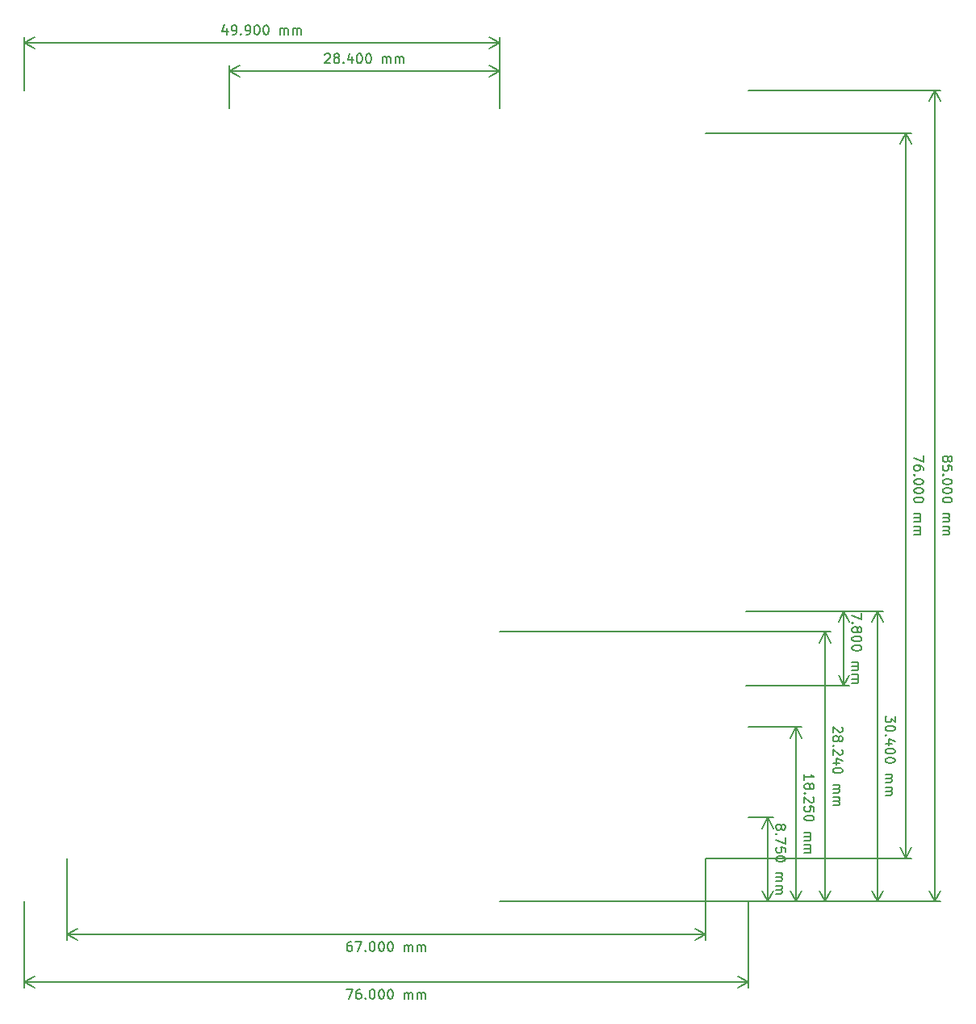
<source format=gbr>
G04 #@! TF.GenerationSoftware,KiCad,Pcbnew,(5.1.4)-1*
G04 #@! TF.CreationDate,2020-01-25T11:56:16+02:00*
G04 #@! TF.ProjectId,flypi_v2,666c7970-695f-4763-922e-6b696361645f,rev?*
G04 #@! TF.SameCoordinates,Original*
G04 #@! TF.FileFunction,Other,ECO1*
%FSLAX46Y46*%
G04 Gerber Fmt 4.6, Leading zero omitted, Abs format (unit mm)*
G04 Created by KiCad (PCBNEW (5.1.4)-1) date 2020-01-25 11:56:16*
%MOMM*%
%LPD*%
G04 APERTURE LIST*
%ADD10C,0.150000*%
G04 APERTURE END LIST*
D10*
X220752380Y-126737142D02*
X220800000Y-126784761D01*
X220847619Y-126880000D01*
X220847619Y-127118095D01*
X220800000Y-127213333D01*
X220752380Y-127260952D01*
X220657142Y-127308571D01*
X220561904Y-127308571D01*
X220419047Y-127260952D01*
X219847619Y-126689523D01*
X219847619Y-127308571D01*
X220419047Y-127880000D02*
X220466666Y-127784761D01*
X220514285Y-127737142D01*
X220609523Y-127689523D01*
X220657142Y-127689523D01*
X220752380Y-127737142D01*
X220800000Y-127784761D01*
X220847619Y-127880000D01*
X220847619Y-128070476D01*
X220800000Y-128165714D01*
X220752380Y-128213333D01*
X220657142Y-128260952D01*
X220609523Y-128260952D01*
X220514285Y-128213333D01*
X220466666Y-128165714D01*
X220419047Y-128070476D01*
X220419047Y-127880000D01*
X220371428Y-127784761D01*
X220323809Y-127737142D01*
X220228571Y-127689523D01*
X220038095Y-127689523D01*
X219942857Y-127737142D01*
X219895238Y-127784761D01*
X219847619Y-127880000D01*
X219847619Y-128070476D01*
X219895238Y-128165714D01*
X219942857Y-128213333D01*
X220038095Y-128260952D01*
X220228571Y-128260952D01*
X220323809Y-128213333D01*
X220371428Y-128165714D01*
X220419047Y-128070476D01*
X219942857Y-128689523D02*
X219895238Y-128737142D01*
X219847619Y-128689523D01*
X219895238Y-128641904D01*
X219942857Y-128689523D01*
X219847619Y-128689523D01*
X220752380Y-129118095D02*
X220800000Y-129165714D01*
X220847619Y-129260952D01*
X220847619Y-129499047D01*
X220800000Y-129594285D01*
X220752380Y-129641904D01*
X220657142Y-129689523D01*
X220561904Y-129689523D01*
X220419047Y-129641904D01*
X219847619Y-129070476D01*
X219847619Y-129689523D01*
X220514285Y-130546666D02*
X219847619Y-130546666D01*
X220895238Y-130308571D02*
X220180952Y-130070476D01*
X220180952Y-130689523D01*
X220847619Y-131260952D02*
X220847619Y-131356190D01*
X220800000Y-131451428D01*
X220752380Y-131499047D01*
X220657142Y-131546666D01*
X220466666Y-131594285D01*
X220228571Y-131594285D01*
X220038095Y-131546666D01*
X219942857Y-131499047D01*
X219895238Y-131451428D01*
X219847619Y-131356190D01*
X219847619Y-131260952D01*
X219895238Y-131165714D01*
X219942857Y-131118095D01*
X220038095Y-131070476D01*
X220228571Y-131022857D01*
X220466666Y-131022857D01*
X220657142Y-131070476D01*
X220752380Y-131118095D01*
X220800000Y-131165714D01*
X220847619Y-131260952D01*
X219847619Y-132784761D02*
X220514285Y-132784761D01*
X220419047Y-132784761D02*
X220466666Y-132832380D01*
X220514285Y-132927619D01*
X220514285Y-133070476D01*
X220466666Y-133165714D01*
X220371428Y-133213333D01*
X219847619Y-133213333D01*
X220371428Y-133213333D02*
X220466666Y-133260952D01*
X220514285Y-133356190D01*
X220514285Y-133499047D01*
X220466666Y-133594285D01*
X220371428Y-133641904D01*
X219847619Y-133641904D01*
X219847619Y-134118095D02*
X220514285Y-134118095D01*
X220419047Y-134118095D02*
X220466666Y-134165714D01*
X220514285Y-134260952D01*
X220514285Y-134403809D01*
X220466666Y-134499047D01*
X220371428Y-134546666D01*
X219847619Y-134546666D01*
X220371428Y-134546666D02*
X220466666Y-134594285D01*
X220514285Y-134689523D01*
X220514285Y-134832380D01*
X220466666Y-134927619D01*
X220371428Y-134975238D01*
X219847619Y-134975238D01*
X219000000Y-116760000D02*
X219000000Y-145000000D01*
X184900000Y-116760000D02*
X219586421Y-116760000D01*
X184900000Y-145000000D02*
X219586421Y-145000000D01*
X219000000Y-145000000D02*
X218413579Y-143873496D01*
X219000000Y-145000000D02*
X219586421Y-143873496D01*
X219000000Y-116760000D02*
X218413579Y-117886504D01*
X219000000Y-116760000D02*
X219586421Y-117886504D01*
X166557142Y-56247620D02*
X166604761Y-56200001D01*
X166700000Y-56152381D01*
X166938095Y-56152381D01*
X167033333Y-56200001D01*
X167080952Y-56247620D01*
X167128571Y-56342858D01*
X167128571Y-56438096D01*
X167080952Y-56580953D01*
X166509523Y-57152381D01*
X167128571Y-57152381D01*
X167700000Y-56580953D02*
X167604761Y-56533334D01*
X167557142Y-56485715D01*
X167509523Y-56390477D01*
X167509523Y-56342858D01*
X167557142Y-56247620D01*
X167604761Y-56200001D01*
X167700000Y-56152381D01*
X167890476Y-56152381D01*
X167985714Y-56200001D01*
X168033333Y-56247620D01*
X168080952Y-56342858D01*
X168080952Y-56390477D01*
X168033333Y-56485715D01*
X167985714Y-56533334D01*
X167890476Y-56580953D01*
X167700000Y-56580953D01*
X167604761Y-56628572D01*
X167557142Y-56676191D01*
X167509523Y-56771429D01*
X167509523Y-56961905D01*
X167557142Y-57057143D01*
X167604761Y-57104762D01*
X167700000Y-57152381D01*
X167890476Y-57152381D01*
X167985714Y-57104762D01*
X168033333Y-57057143D01*
X168080952Y-56961905D01*
X168080952Y-56771429D01*
X168033333Y-56676191D01*
X167985714Y-56628572D01*
X167890476Y-56580953D01*
X168509523Y-57057143D02*
X168557142Y-57104762D01*
X168509523Y-57152381D01*
X168461904Y-57104762D01*
X168509523Y-57057143D01*
X168509523Y-57152381D01*
X169414285Y-56485715D02*
X169414285Y-57152381D01*
X169176190Y-56104762D02*
X168938095Y-56819048D01*
X169557142Y-56819048D01*
X170128571Y-56152381D02*
X170223809Y-56152381D01*
X170319047Y-56200001D01*
X170366666Y-56247620D01*
X170414285Y-56342858D01*
X170461904Y-56533334D01*
X170461904Y-56771429D01*
X170414285Y-56961905D01*
X170366666Y-57057143D01*
X170319047Y-57104762D01*
X170223809Y-57152381D01*
X170128571Y-57152381D01*
X170033333Y-57104762D01*
X169985714Y-57057143D01*
X169938095Y-56961905D01*
X169890476Y-56771429D01*
X169890476Y-56533334D01*
X169938095Y-56342858D01*
X169985714Y-56247620D01*
X170033333Y-56200001D01*
X170128571Y-56152381D01*
X171080952Y-56152381D02*
X171176190Y-56152381D01*
X171271428Y-56200001D01*
X171319047Y-56247620D01*
X171366666Y-56342858D01*
X171414285Y-56533334D01*
X171414285Y-56771429D01*
X171366666Y-56961905D01*
X171319047Y-57057143D01*
X171271428Y-57104762D01*
X171176190Y-57152381D01*
X171080952Y-57152381D01*
X170985714Y-57104762D01*
X170938095Y-57057143D01*
X170890476Y-56961905D01*
X170842857Y-56771429D01*
X170842857Y-56533334D01*
X170890476Y-56342858D01*
X170938095Y-56247620D01*
X170985714Y-56200001D01*
X171080952Y-56152381D01*
X172604761Y-57152381D02*
X172604761Y-56485715D01*
X172604761Y-56580953D02*
X172652380Y-56533334D01*
X172747619Y-56485715D01*
X172890476Y-56485715D01*
X172985714Y-56533334D01*
X173033333Y-56628572D01*
X173033333Y-57152381D01*
X173033333Y-56628572D02*
X173080952Y-56533334D01*
X173176190Y-56485715D01*
X173319047Y-56485715D01*
X173414285Y-56533334D01*
X173461904Y-56628572D01*
X173461904Y-57152381D01*
X173938095Y-57152381D02*
X173938095Y-56485715D01*
X173938095Y-56580953D02*
X173985714Y-56533334D01*
X174080952Y-56485715D01*
X174223809Y-56485715D01*
X174319047Y-56533334D01*
X174366666Y-56628572D01*
X174366666Y-57152381D01*
X174366666Y-56628572D02*
X174414285Y-56533334D01*
X174509523Y-56485715D01*
X174652380Y-56485715D01*
X174747619Y-56533334D01*
X174795238Y-56628572D01*
X174795238Y-57152381D01*
X184900000Y-58000001D02*
X156500000Y-58000001D01*
X184900000Y-61860000D02*
X184900000Y-57413580D01*
X156500000Y-61860000D02*
X156500000Y-57413580D01*
X156500000Y-58000001D02*
X157626504Y-57413580D01*
X156500000Y-58000001D02*
X157626504Y-58586422D01*
X184900000Y-58000001D02*
X183773496Y-57413580D01*
X184900000Y-58000001D02*
X183773496Y-58586422D01*
X156283333Y-53485714D02*
X156283333Y-54152380D01*
X156045238Y-53104761D02*
X155807142Y-53819047D01*
X156426190Y-53819047D01*
X156854761Y-54152380D02*
X157045238Y-54152380D01*
X157140476Y-54104761D01*
X157188095Y-54057142D01*
X157283333Y-53914285D01*
X157330952Y-53723809D01*
X157330952Y-53342857D01*
X157283333Y-53247619D01*
X157235714Y-53200000D01*
X157140476Y-53152380D01*
X156950000Y-53152380D01*
X156854761Y-53200000D01*
X156807142Y-53247619D01*
X156759523Y-53342857D01*
X156759523Y-53580952D01*
X156807142Y-53676190D01*
X156854761Y-53723809D01*
X156950000Y-53771428D01*
X157140476Y-53771428D01*
X157235714Y-53723809D01*
X157283333Y-53676190D01*
X157330952Y-53580952D01*
X157759523Y-54057142D02*
X157807142Y-54104761D01*
X157759523Y-54152380D01*
X157711904Y-54104761D01*
X157759523Y-54057142D01*
X157759523Y-54152380D01*
X158283333Y-54152380D02*
X158473809Y-54152380D01*
X158569047Y-54104761D01*
X158616666Y-54057142D01*
X158711904Y-53914285D01*
X158759523Y-53723809D01*
X158759523Y-53342857D01*
X158711904Y-53247619D01*
X158664285Y-53200000D01*
X158569047Y-53152380D01*
X158378571Y-53152380D01*
X158283333Y-53200000D01*
X158235714Y-53247619D01*
X158188095Y-53342857D01*
X158188095Y-53580952D01*
X158235714Y-53676190D01*
X158283333Y-53723809D01*
X158378571Y-53771428D01*
X158569047Y-53771428D01*
X158664285Y-53723809D01*
X158711904Y-53676190D01*
X158759523Y-53580952D01*
X159378571Y-53152380D02*
X159473809Y-53152380D01*
X159569047Y-53200000D01*
X159616666Y-53247619D01*
X159664285Y-53342857D01*
X159711904Y-53533333D01*
X159711904Y-53771428D01*
X159664285Y-53961904D01*
X159616666Y-54057142D01*
X159569047Y-54104761D01*
X159473809Y-54152380D01*
X159378571Y-54152380D01*
X159283333Y-54104761D01*
X159235714Y-54057142D01*
X159188095Y-53961904D01*
X159140476Y-53771428D01*
X159140476Y-53533333D01*
X159188095Y-53342857D01*
X159235714Y-53247619D01*
X159283333Y-53200000D01*
X159378571Y-53152380D01*
X160330952Y-53152380D02*
X160426190Y-53152380D01*
X160521428Y-53200000D01*
X160569047Y-53247619D01*
X160616666Y-53342857D01*
X160664285Y-53533333D01*
X160664285Y-53771428D01*
X160616666Y-53961904D01*
X160569047Y-54057142D01*
X160521428Y-54104761D01*
X160426190Y-54152380D01*
X160330952Y-54152380D01*
X160235714Y-54104761D01*
X160188095Y-54057142D01*
X160140476Y-53961904D01*
X160092857Y-53771428D01*
X160092857Y-53533333D01*
X160140476Y-53342857D01*
X160188095Y-53247619D01*
X160235714Y-53200000D01*
X160330952Y-53152380D01*
X161854761Y-54152380D02*
X161854761Y-53485714D01*
X161854761Y-53580952D02*
X161902380Y-53533333D01*
X161997619Y-53485714D01*
X162140476Y-53485714D01*
X162235714Y-53533333D01*
X162283333Y-53628571D01*
X162283333Y-54152380D01*
X162283333Y-53628571D02*
X162330952Y-53533333D01*
X162426190Y-53485714D01*
X162569047Y-53485714D01*
X162664285Y-53533333D01*
X162711904Y-53628571D01*
X162711904Y-54152380D01*
X163188095Y-54152380D02*
X163188095Y-53485714D01*
X163188095Y-53580952D02*
X163235714Y-53533333D01*
X163330952Y-53485714D01*
X163473809Y-53485714D01*
X163569047Y-53533333D01*
X163616666Y-53628571D01*
X163616666Y-54152380D01*
X163616666Y-53628571D02*
X163664285Y-53533333D01*
X163759523Y-53485714D01*
X163902380Y-53485714D01*
X163997619Y-53533333D01*
X164045238Y-53628571D01*
X164045238Y-54152380D01*
X135000000Y-55000000D02*
X184900000Y-55000000D01*
X135000000Y-60000000D02*
X135000000Y-54413579D01*
X184900000Y-60000000D02*
X184900000Y-54413579D01*
X184900000Y-55000000D02*
X183773496Y-55586421D01*
X184900000Y-55000000D02*
X183773496Y-54413579D01*
X135000000Y-55000000D02*
X136126504Y-55586421D01*
X135000000Y-55000000D02*
X136126504Y-54413579D01*
X168809523Y-154252379D02*
X169476190Y-154252379D01*
X169047619Y-155252379D01*
X170285714Y-154252379D02*
X170095238Y-154252379D01*
X170000000Y-154299999D01*
X169952380Y-154347618D01*
X169857142Y-154490475D01*
X169809523Y-154680951D01*
X169809523Y-155061903D01*
X169857142Y-155157141D01*
X169904761Y-155204760D01*
X170000000Y-155252379D01*
X170190476Y-155252379D01*
X170285714Y-155204760D01*
X170333333Y-155157141D01*
X170380952Y-155061903D01*
X170380952Y-154823808D01*
X170333333Y-154728570D01*
X170285714Y-154680951D01*
X170190476Y-154633332D01*
X170000000Y-154633332D01*
X169904761Y-154680951D01*
X169857142Y-154728570D01*
X169809523Y-154823808D01*
X170809523Y-155157141D02*
X170857142Y-155204760D01*
X170809523Y-155252379D01*
X170761904Y-155204760D01*
X170809523Y-155157141D01*
X170809523Y-155252379D01*
X171476190Y-154252379D02*
X171571428Y-154252379D01*
X171666666Y-154299999D01*
X171714285Y-154347618D01*
X171761904Y-154442856D01*
X171809523Y-154633332D01*
X171809523Y-154871427D01*
X171761904Y-155061903D01*
X171714285Y-155157141D01*
X171666666Y-155204760D01*
X171571428Y-155252379D01*
X171476190Y-155252379D01*
X171380952Y-155204760D01*
X171333333Y-155157141D01*
X171285714Y-155061903D01*
X171238095Y-154871427D01*
X171238095Y-154633332D01*
X171285714Y-154442856D01*
X171333333Y-154347618D01*
X171380952Y-154299999D01*
X171476190Y-154252379D01*
X172428571Y-154252379D02*
X172523809Y-154252379D01*
X172619047Y-154299999D01*
X172666666Y-154347618D01*
X172714285Y-154442856D01*
X172761904Y-154633332D01*
X172761904Y-154871427D01*
X172714285Y-155061903D01*
X172666666Y-155157141D01*
X172619047Y-155204760D01*
X172523809Y-155252379D01*
X172428571Y-155252379D01*
X172333333Y-155204760D01*
X172285714Y-155157141D01*
X172238095Y-155061903D01*
X172190476Y-154871427D01*
X172190476Y-154633332D01*
X172238095Y-154442856D01*
X172285714Y-154347618D01*
X172333333Y-154299999D01*
X172428571Y-154252379D01*
X173380952Y-154252379D02*
X173476190Y-154252379D01*
X173571428Y-154299999D01*
X173619047Y-154347618D01*
X173666666Y-154442856D01*
X173714285Y-154633332D01*
X173714285Y-154871427D01*
X173666666Y-155061903D01*
X173619047Y-155157141D01*
X173571428Y-155204760D01*
X173476190Y-155252379D01*
X173380952Y-155252379D01*
X173285714Y-155204760D01*
X173238095Y-155157141D01*
X173190476Y-155061903D01*
X173142857Y-154871427D01*
X173142857Y-154633332D01*
X173190476Y-154442856D01*
X173238095Y-154347618D01*
X173285714Y-154299999D01*
X173380952Y-154252379D01*
X174904761Y-155252379D02*
X174904761Y-154585713D01*
X174904761Y-154680951D02*
X174952380Y-154633332D01*
X175047619Y-154585713D01*
X175190476Y-154585713D01*
X175285714Y-154633332D01*
X175333333Y-154728570D01*
X175333333Y-155252379D01*
X175333333Y-154728570D02*
X175380952Y-154633332D01*
X175476190Y-154585713D01*
X175619047Y-154585713D01*
X175714285Y-154633332D01*
X175761904Y-154728570D01*
X175761904Y-155252379D01*
X176238095Y-155252379D02*
X176238095Y-154585713D01*
X176238095Y-154680951D02*
X176285714Y-154633332D01*
X176380952Y-154585713D01*
X176523809Y-154585713D01*
X176619047Y-154633332D01*
X176666666Y-154728570D01*
X176666666Y-155252379D01*
X176666666Y-154728570D02*
X176714285Y-154633332D01*
X176809523Y-154585713D01*
X176952380Y-154585713D01*
X177047619Y-154633332D01*
X177095238Y-154728570D01*
X177095238Y-155252379D01*
X135000000Y-153499999D02*
X211000000Y-153499999D01*
X135000000Y-145000000D02*
X135000000Y-154086420D01*
X211000000Y-145000000D02*
X211000000Y-154086420D01*
X211000000Y-153499999D02*
X209873496Y-154086420D01*
X211000000Y-153499999D02*
X209873496Y-152913578D01*
X135000000Y-153499999D02*
X136126504Y-154086420D01*
X135000000Y-153499999D02*
X136126504Y-152913578D01*
X169333333Y-149252379D02*
X169142857Y-149252379D01*
X169047619Y-149299999D01*
X169000000Y-149347618D01*
X168904761Y-149490475D01*
X168857142Y-149680951D01*
X168857142Y-150061903D01*
X168904761Y-150157141D01*
X168952380Y-150204760D01*
X169047619Y-150252379D01*
X169238095Y-150252379D01*
X169333333Y-150204760D01*
X169380952Y-150157141D01*
X169428571Y-150061903D01*
X169428571Y-149823808D01*
X169380952Y-149728570D01*
X169333333Y-149680951D01*
X169238095Y-149633332D01*
X169047619Y-149633332D01*
X168952380Y-149680951D01*
X168904761Y-149728570D01*
X168857142Y-149823808D01*
X169761904Y-149252379D02*
X170428571Y-149252379D01*
X170000000Y-150252379D01*
X170809523Y-150157141D02*
X170857142Y-150204760D01*
X170809523Y-150252379D01*
X170761904Y-150204760D01*
X170809523Y-150157141D01*
X170809523Y-150252379D01*
X171476190Y-149252379D02*
X171571428Y-149252379D01*
X171666666Y-149299999D01*
X171714285Y-149347618D01*
X171761904Y-149442856D01*
X171809523Y-149633332D01*
X171809523Y-149871427D01*
X171761904Y-150061903D01*
X171714285Y-150157141D01*
X171666666Y-150204760D01*
X171571428Y-150252379D01*
X171476190Y-150252379D01*
X171380952Y-150204760D01*
X171333333Y-150157141D01*
X171285714Y-150061903D01*
X171238095Y-149871427D01*
X171238095Y-149633332D01*
X171285714Y-149442856D01*
X171333333Y-149347618D01*
X171380952Y-149299999D01*
X171476190Y-149252379D01*
X172428571Y-149252379D02*
X172523809Y-149252379D01*
X172619047Y-149299999D01*
X172666666Y-149347618D01*
X172714285Y-149442856D01*
X172761904Y-149633332D01*
X172761904Y-149871427D01*
X172714285Y-150061903D01*
X172666666Y-150157141D01*
X172619047Y-150204760D01*
X172523809Y-150252379D01*
X172428571Y-150252379D01*
X172333333Y-150204760D01*
X172285714Y-150157141D01*
X172238095Y-150061903D01*
X172190476Y-149871427D01*
X172190476Y-149633332D01*
X172238095Y-149442856D01*
X172285714Y-149347618D01*
X172333333Y-149299999D01*
X172428571Y-149252379D01*
X173380952Y-149252379D02*
X173476190Y-149252379D01*
X173571428Y-149299999D01*
X173619047Y-149347618D01*
X173666666Y-149442856D01*
X173714285Y-149633332D01*
X173714285Y-149871427D01*
X173666666Y-150061903D01*
X173619047Y-150157141D01*
X173571428Y-150204760D01*
X173476190Y-150252379D01*
X173380952Y-150252379D01*
X173285714Y-150204760D01*
X173238095Y-150157141D01*
X173190476Y-150061903D01*
X173142857Y-149871427D01*
X173142857Y-149633332D01*
X173190476Y-149442856D01*
X173238095Y-149347618D01*
X173285714Y-149299999D01*
X173380952Y-149252379D01*
X174904761Y-150252379D02*
X174904761Y-149585713D01*
X174904761Y-149680951D02*
X174952380Y-149633332D01*
X175047619Y-149585713D01*
X175190476Y-149585713D01*
X175285714Y-149633332D01*
X175333333Y-149728570D01*
X175333333Y-150252379D01*
X175333333Y-149728570D02*
X175380952Y-149633332D01*
X175476190Y-149585713D01*
X175619047Y-149585713D01*
X175714285Y-149633332D01*
X175761904Y-149728570D01*
X175761904Y-150252379D01*
X176238095Y-150252379D02*
X176238095Y-149585713D01*
X176238095Y-149680951D02*
X176285714Y-149633332D01*
X176380952Y-149585713D01*
X176523809Y-149585713D01*
X176619047Y-149633332D01*
X176666666Y-149728570D01*
X176666666Y-150252379D01*
X176666666Y-149728570D02*
X176714285Y-149633332D01*
X176809523Y-149585713D01*
X176952380Y-149585713D01*
X177047619Y-149633332D01*
X177095238Y-149728570D01*
X177095238Y-150252379D01*
X139500000Y-148499999D02*
X206500000Y-148499999D01*
X139500000Y-140500000D02*
X139500000Y-149086420D01*
X206500000Y-140500000D02*
X206500000Y-149086420D01*
X206500000Y-148499999D02*
X205373496Y-149086420D01*
X206500000Y-148499999D02*
X205373496Y-147913578D01*
X139500000Y-148499999D02*
X140626504Y-149086420D01*
X139500000Y-148499999D02*
X140626504Y-147913578D01*
X214419047Y-137148809D02*
X214466666Y-137053571D01*
X214514285Y-137005952D01*
X214609523Y-136958333D01*
X214657142Y-136958333D01*
X214752380Y-137005952D01*
X214800000Y-137053571D01*
X214847619Y-137148809D01*
X214847619Y-137339285D01*
X214800000Y-137434523D01*
X214752380Y-137482142D01*
X214657142Y-137529761D01*
X214609523Y-137529761D01*
X214514285Y-137482142D01*
X214466666Y-137434523D01*
X214419047Y-137339285D01*
X214419047Y-137148809D01*
X214371428Y-137053571D01*
X214323809Y-137005952D01*
X214228571Y-136958333D01*
X214038095Y-136958333D01*
X213942857Y-137005952D01*
X213895238Y-137053571D01*
X213847619Y-137148809D01*
X213847619Y-137339285D01*
X213895238Y-137434523D01*
X213942857Y-137482142D01*
X214038095Y-137529761D01*
X214228571Y-137529761D01*
X214323809Y-137482142D01*
X214371428Y-137434523D01*
X214419047Y-137339285D01*
X213942857Y-137958333D02*
X213895238Y-138005952D01*
X213847619Y-137958333D01*
X213895238Y-137910714D01*
X213942857Y-137958333D01*
X213847619Y-137958333D01*
X214847619Y-138339285D02*
X214847619Y-139005952D01*
X213847619Y-138577380D01*
X214847619Y-139863095D02*
X214847619Y-139386904D01*
X214371428Y-139339285D01*
X214419047Y-139386904D01*
X214466666Y-139482142D01*
X214466666Y-139720238D01*
X214419047Y-139815476D01*
X214371428Y-139863095D01*
X214276190Y-139910714D01*
X214038095Y-139910714D01*
X213942857Y-139863095D01*
X213895238Y-139815476D01*
X213847619Y-139720238D01*
X213847619Y-139482142D01*
X213895238Y-139386904D01*
X213942857Y-139339285D01*
X214847619Y-140529761D02*
X214847619Y-140625000D01*
X214800000Y-140720238D01*
X214752380Y-140767857D01*
X214657142Y-140815476D01*
X214466666Y-140863095D01*
X214228571Y-140863095D01*
X214038095Y-140815476D01*
X213942857Y-140767857D01*
X213895238Y-140720238D01*
X213847619Y-140625000D01*
X213847619Y-140529761D01*
X213895238Y-140434523D01*
X213942857Y-140386904D01*
X214038095Y-140339285D01*
X214228571Y-140291666D01*
X214466666Y-140291666D01*
X214657142Y-140339285D01*
X214752380Y-140386904D01*
X214800000Y-140434523D01*
X214847619Y-140529761D01*
X213847619Y-142053571D02*
X214514285Y-142053571D01*
X214419047Y-142053571D02*
X214466666Y-142101190D01*
X214514285Y-142196428D01*
X214514285Y-142339285D01*
X214466666Y-142434523D01*
X214371428Y-142482142D01*
X213847619Y-142482142D01*
X214371428Y-142482142D02*
X214466666Y-142529761D01*
X214514285Y-142625000D01*
X214514285Y-142767857D01*
X214466666Y-142863095D01*
X214371428Y-142910714D01*
X213847619Y-142910714D01*
X213847619Y-143386904D02*
X214514285Y-143386904D01*
X214419047Y-143386904D02*
X214466666Y-143434523D01*
X214514285Y-143529761D01*
X214514285Y-143672619D01*
X214466666Y-143767857D01*
X214371428Y-143815476D01*
X213847619Y-143815476D01*
X214371428Y-143815476D02*
X214466666Y-143863095D01*
X214514285Y-143958333D01*
X214514285Y-144101190D01*
X214466666Y-144196428D01*
X214371428Y-144244047D01*
X213847619Y-144244047D01*
X213000000Y-136250000D02*
X213000000Y-145000000D01*
X211000000Y-136250000D02*
X213586421Y-136250000D01*
X211000000Y-145000000D02*
X213586421Y-145000000D01*
X213000000Y-145000000D02*
X212413579Y-143873496D01*
X213000000Y-145000000D02*
X213586421Y-143873496D01*
X213000000Y-136250000D02*
X212413579Y-137376504D01*
X213000000Y-136250000D02*
X213586421Y-137376504D01*
X216847619Y-132303571D02*
X216847619Y-131732142D01*
X216847619Y-132017857D02*
X217847619Y-132017857D01*
X217704761Y-131922619D01*
X217609523Y-131827380D01*
X217561904Y-131732142D01*
X217419047Y-132875000D02*
X217466666Y-132779761D01*
X217514285Y-132732142D01*
X217609523Y-132684523D01*
X217657142Y-132684523D01*
X217752380Y-132732142D01*
X217800000Y-132779761D01*
X217847619Y-132875000D01*
X217847619Y-133065476D01*
X217800000Y-133160714D01*
X217752380Y-133208333D01*
X217657142Y-133255952D01*
X217609523Y-133255952D01*
X217514285Y-133208333D01*
X217466666Y-133160714D01*
X217419047Y-133065476D01*
X217419047Y-132875000D01*
X217371428Y-132779761D01*
X217323809Y-132732142D01*
X217228571Y-132684523D01*
X217038095Y-132684523D01*
X216942857Y-132732142D01*
X216895238Y-132779761D01*
X216847619Y-132875000D01*
X216847619Y-133065476D01*
X216895238Y-133160714D01*
X216942857Y-133208333D01*
X217038095Y-133255952D01*
X217228571Y-133255952D01*
X217323809Y-133208333D01*
X217371428Y-133160714D01*
X217419047Y-133065476D01*
X216942857Y-133684523D02*
X216895238Y-133732142D01*
X216847619Y-133684523D01*
X216895238Y-133636904D01*
X216942857Y-133684523D01*
X216847619Y-133684523D01*
X217752380Y-134113095D02*
X217800000Y-134160714D01*
X217847619Y-134255952D01*
X217847619Y-134494047D01*
X217800000Y-134589285D01*
X217752380Y-134636904D01*
X217657142Y-134684523D01*
X217561904Y-134684523D01*
X217419047Y-134636904D01*
X216847619Y-134065476D01*
X216847619Y-134684523D01*
X217847619Y-135589285D02*
X217847619Y-135113095D01*
X217371428Y-135065476D01*
X217419047Y-135113095D01*
X217466666Y-135208333D01*
X217466666Y-135446428D01*
X217419047Y-135541666D01*
X217371428Y-135589285D01*
X217276190Y-135636904D01*
X217038095Y-135636904D01*
X216942857Y-135589285D01*
X216895238Y-135541666D01*
X216847619Y-135446428D01*
X216847619Y-135208333D01*
X216895238Y-135113095D01*
X216942857Y-135065476D01*
X217847619Y-136255952D02*
X217847619Y-136351190D01*
X217800000Y-136446428D01*
X217752380Y-136494047D01*
X217657142Y-136541666D01*
X217466666Y-136589285D01*
X217228571Y-136589285D01*
X217038095Y-136541666D01*
X216942857Y-136494047D01*
X216895238Y-136446428D01*
X216847619Y-136351190D01*
X216847619Y-136255952D01*
X216895238Y-136160714D01*
X216942857Y-136113095D01*
X217038095Y-136065476D01*
X217228571Y-136017857D01*
X217466666Y-136017857D01*
X217657142Y-136065476D01*
X217752380Y-136113095D01*
X217800000Y-136160714D01*
X217847619Y-136255952D01*
X216847619Y-137779761D02*
X217514285Y-137779761D01*
X217419047Y-137779761D02*
X217466666Y-137827380D01*
X217514285Y-137922619D01*
X217514285Y-138065476D01*
X217466666Y-138160714D01*
X217371428Y-138208333D01*
X216847619Y-138208333D01*
X217371428Y-138208333D02*
X217466666Y-138255952D01*
X217514285Y-138351190D01*
X217514285Y-138494047D01*
X217466666Y-138589285D01*
X217371428Y-138636904D01*
X216847619Y-138636904D01*
X216847619Y-139113095D02*
X217514285Y-139113095D01*
X217419047Y-139113095D02*
X217466666Y-139160714D01*
X217514285Y-139255952D01*
X217514285Y-139398809D01*
X217466666Y-139494047D01*
X217371428Y-139541666D01*
X216847619Y-139541666D01*
X217371428Y-139541666D02*
X217466666Y-139589285D01*
X217514285Y-139684523D01*
X217514285Y-139827380D01*
X217466666Y-139922619D01*
X217371428Y-139970238D01*
X216847619Y-139970238D01*
X216000000Y-126750000D02*
X216000000Y-145000000D01*
X211000000Y-126750000D02*
X216586421Y-126750000D01*
X211000000Y-145000000D02*
X216586421Y-145000000D01*
X216000000Y-145000000D02*
X215413579Y-143873496D01*
X216000000Y-145000000D02*
X216586421Y-143873496D01*
X216000000Y-126750000D02*
X215413579Y-127876504D01*
X216000000Y-126750000D02*
X216586421Y-127876504D01*
X226347619Y-125609523D02*
X226347619Y-126228571D01*
X225966666Y-125895238D01*
X225966666Y-126038095D01*
X225919047Y-126133333D01*
X225871428Y-126180952D01*
X225776190Y-126228571D01*
X225538095Y-126228571D01*
X225442857Y-126180952D01*
X225395238Y-126133333D01*
X225347619Y-126038095D01*
X225347619Y-125752380D01*
X225395238Y-125657142D01*
X225442857Y-125609523D01*
X226347619Y-126847619D02*
X226347619Y-126942857D01*
X226300000Y-127038095D01*
X226252380Y-127085714D01*
X226157142Y-127133333D01*
X225966666Y-127180952D01*
X225728571Y-127180952D01*
X225538095Y-127133333D01*
X225442857Y-127085714D01*
X225395238Y-127038095D01*
X225347619Y-126942857D01*
X225347619Y-126847619D01*
X225395238Y-126752380D01*
X225442857Y-126704761D01*
X225538095Y-126657142D01*
X225728571Y-126609523D01*
X225966666Y-126609523D01*
X226157142Y-126657142D01*
X226252380Y-126704761D01*
X226300000Y-126752380D01*
X226347619Y-126847619D01*
X225442857Y-127609523D02*
X225395238Y-127657142D01*
X225347619Y-127609523D01*
X225395238Y-127561904D01*
X225442857Y-127609523D01*
X225347619Y-127609523D01*
X226014285Y-128514285D02*
X225347619Y-128514285D01*
X226395238Y-128276190D02*
X225680952Y-128038095D01*
X225680952Y-128657142D01*
X226347619Y-129228571D02*
X226347619Y-129323809D01*
X226300000Y-129419047D01*
X226252380Y-129466666D01*
X226157142Y-129514285D01*
X225966666Y-129561904D01*
X225728571Y-129561904D01*
X225538095Y-129514285D01*
X225442857Y-129466666D01*
X225395238Y-129419047D01*
X225347619Y-129323809D01*
X225347619Y-129228571D01*
X225395238Y-129133333D01*
X225442857Y-129085714D01*
X225538095Y-129038095D01*
X225728571Y-128990476D01*
X225966666Y-128990476D01*
X226157142Y-129038095D01*
X226252380Y-129085714D01*
X226300000Y-129133333D01*
X226347619Y-129228571D01*
X226347619Y-130180952D02*
X226347619Y-130276190D01*
X226300000Y-130371428D01*
X226252380Y-130419047D01*
X226157142Y-130466666D01*
X225966666Y-130514285D01*
X225728571Y-130514285D01*
X225538095Y-130466666D01*
X225442857Y-130419047D01*
X225395238Y-130371428D01*
X225347619Y-130276190D01*
X225347619Y-130180952D01*
X225395238Y-130085714D01*
X225442857Y-130038095D01*
X225538095Y-129990476D01*
X225728571Y-129942857D01*
X225966666Y-129942857D01*
X226157142Y-129990476D01*
X226252380Y-130038095D01*
X226300000Y-130085714D01*
X226347619Y-130180952D01*
X225347619Y-131704761D02*
X226014285Y-131704761D01*
X225919047Y-131704761D02*
X225966666Y-131752380D01*
X226014285Y-131847619D01*
X226014285Y-131990476D01*
X225966666Y-132085714D01*
X225871428Y-132133333D01*
X225347619Y-132133333D01*
X225871428Y-132133333D02*
X225966666Y-132180952D01*
X226014285Y-132276190D01*
X226014285Y-132419047D01*
X225966666Y-132514285D01*
X225871428Y-132561904D01*
X225347619Y-132561904D01*
X225347619Y-133038095D02*
X226014285Y-133038095D01*
X225919047Y-133038095D02*
X225966666Y-133085714D01*
X226014285Y-133180952D01*
X226014285Y-133323809D01*
X225966666Y-133419047D01*
X225871428Y-133466666D01*
X225347619Y-133466666D01*
X225871428Y-133466666D02*
X225966666Y-133514285D01*
X226014285Y-133609523D01*
X226014285Y-133752380D01*
X225966666Y-133847619D01*
X225871428Y-133895238D01*
X225347619Y-133895238D01*
X224500000Y-114600000D02*
X224500000Y-145000000D01*
X210750000Y-114600000D02*
X225086421Y-114600000D01*
X210750000Y-145000000D02*
X225086421Y-145000000D01*
X224500000Y-145000000D02*
X223913579Y-143873496D01*
X224500000Y-145000000D02*
X225086421Y-143873496D01*
X224500000Y-114600000D02*
X223913579Y-115726504D01*
X224500000Y-114600000D02*
X225086421Y-115726504D01*
X222847619Y-114785714D02*
X222847619Y-115452380D01*
X221847619Y-115023809D01*
X221942857Y-115833333D02*
X221895238Y-115880952D01*
X221847619Y-115833333D01*
X221895238Y-115785714D01*
X221942857Y-115833333D01*
X221847619Y-115833333D01*
X222419047Y-116452380D02*
X222466666Y-116357142D01*
X222514285Y-116309523D01*
X222609523Y-116261904D01*
X222657142Y-116261904D01*
X222752380Y-116309523D01*
X222800000Y-116357142D01*
X222847619Y-116452380D01*
X222847619Y-116642857D01*
X222800000Y-116738095D01*
X222752380Y-116785714D01*
X222657142Y-116833333D01*
X222609523Y-116833333D01*
X222514285Y-116785714D01*
X222466666Y-116738095D01*
X222419047Y-116642857D01*
X222419047Y-116452380D01*
X222371428Y-116357142D01*
X222323809Y-116309523D01*
X222228571Y-116261904D01*
X222038095Y-116261904D01*
X221942857Y-116309523D01*
X221895238Y-116357142D01*
X221847619Y-116452380D01*
X221847619Y-116642857D01*
X221895238Y-116738095D01*
X221942857Y-116785714D01*
X222038095Y-116833333D01*
X222228571Y-116833333D01*
X222323809Y-116785714D01*
X222371428Y-116738095D01*
X222419047Y-116642857D01*
X222847619Y-117452380D02*
X222847619Y-117547619D01*
X222800000Y-117642857D01*
X222752380Y-117690476D01*
X222657142Y-117738095D01*
X222466666Y-117785714D01*
X222228571Y-117785714D01*
X222038095Y-117738095D01*
X221942857Y-117690476D01*
X221895238Y-117642857D01*
X221847619Y-117547619D01*
X221847619Y-117452380D01*
X221895238Y-117357142D01*
X221942857Y-117309523D01*
X222038095Y-117261904D01*
X222228571Y-117214285D01*
X222466666Y-117214285D01*
X222657142Y-117261904D01*
X222752380Y-117309523D01*
X222800000Y-117357142D01*
X222847619Y-117452380D01*
X222847619Y-118404761D02*
X222847619Y-118500000D01*
X222800000Y-118595238D01*
X222752380Y-118642857D01*
X222657142Y-118690476D01*
X222466666Y-118738095D01*
X222228571Y-118738095D01*
X222038095Y-118690476D01*
X221942857Y-118642857D01*
X221895238Y-118595238D01*
X221847619Y-118500000D01*
X221847619Y-118404761D01*
X221895238Y-118309523D01*
X221942857Y-118261904D01*
X222038095Y-118214285D01*
X222228571Y-118166666D01*
X222466666Y-118166666D01*
X222657142Y-118214285D01*
X222752380Y-118261904D01*
X222800000Y-118309523D01*
X222847619Y-118404761D01*
X221847619Y-119928571D02*
X222514285Y-119928571D01*
X222419047Y-119928571D02*
X222466666Y-119976190D01*
X222514285Y-120071428D01*
X222514285Y-120214285D01*
X222466666Y-120309523D01*
X222371428Y-120357142D01*
X221847619Y-120357142D01*
X222371428Y-120357142D02*
X222466666Y-120404761D01*
X222514285Y-120500000D01*
X222514285Y-120642857D01*
X222466666Y-120738095D01*
X222371428Y-120785714D01*
X221847619Y-120785714D01*
X221847619Y-121261904D02*
X222514285Y-121261904D01*
X222419047Y-121261904D02*
X222466666Y-121309523D01*
X222514285Y-121404761D01*
X222514285Y-121547619D01*
X222466666Y-121642857D01*
X222371428Y-121690476D01*
X221847619Y-121690476D01*
X222371428Y-121690476D02*
X222466666Y-121738095D01*
X222514285Y-121833333D01*
X222514285Y-121976190D01*
X222466666Y-122071428D01*
X222371428Y-122119047D01*
X221847619Y-122119047D01*
X221000000Y-114600000D02*
X221000000Y-122400000D01*
X210750000Y-114600000D02*
X221586421Y-114600000D01*
X210750000Y-122400000D02*
X221586421Y-122400000D01*
X221000000Y-122400000D02*
X220413579Y-121273496D01*
X221000000Y-122400000D02*
X221586421Y-121273496D01*
X221000000Y-114600000D02*
X220413579Y-115726504D01*
X221000000Y-114600000D02*
X221586421Y-115726504D01*
X229347619Y-98309523D02*
X229347619Y-98976190D01*
X228347619Y-98547619D01*
X229347619Y-99785714D02*
X229347619Y-99595238D01*
X229300000Y-99500000D01*
X229252380Y-99452380D01*
X229109523Y-99357142D01*
X228919047Y-99309523D01*
X228538095Y-99309523D01*
X228442857Y-99357142D01*
X228395238Y-99404761D01*
X228347619Y-99500000D01*
X228347619Y-99690476D01*
X228395238Y-99785714D01*
X228442857Y-99833333D01*
X228538095Y-99880952D01*
X228776190Y-99880952D01*
X228871428Y-99833333D01*
X228919047Y-99785714D01*
X228966666Y-99690476D01*
X228966666Y-99500000D01*
X228919047Y-99404761D01*
X228871428Y-99357142D01*
X228776190Y-99309523D01*
X228442857Y-100309523D02*
X228395238Y-100357142D01*
X228347619Y-100309523D01*
X228395238Y-100261904D01*
X228442857Y-100309523D01*
X228347619Y-100309523D01*
X229347619Y-100976190D02*
X229347619Y-101071428D01*
X229300000Y-101166666D01*
X229252380Y-101214285D01*
X229157142Y-101261904D01*
X228966666Y-101309523D01*
X228728571Y-101309523D01*
X228538095Y-101261904D01*
X228442857Y-101214285D01*
X228395238Y-101166666D01*
X228347619Y-101071428D01*
X228347619Y-100976190D01*
X228395238Y-100880952D01*
X228442857Y-100833333D01*
X228538095Y-100785714D01*
X228728571Y-100738095D01*
X228966666Y-100738095D01*
X229157142Y-100785714D01*
X229252380Y-100833333D01*
X229300000Y-100880952D01*
X229347619Y-100976190D01*
X229347619Y-101928571D02*
X229347619Y-102023809D01*
X229300000Y-102119047D01*
X229252380Y-102166666D01*
X229157142Y-102214285D01*
X228966666Y-102261904D01*
X228728571Y-102261904D01*
X228538095Y-102214285D01*
X228442857Y-102166666D01*
X228395238Y-102119047D01*
X228347619Y-102023809D01*
X228347619Y-101928571D01*
X228395238Y-101833333D01*
X228442857Y-101785714D01*
X228538095Y-101738095D01*
X228728571Y-101690476D01*
X228966666Y-101690476D01*
X229157142Y-101738095D01*
X229252380Y-101785714D01*
X229300000Y-101833333D01*
X229347619Y-101928571D01*
X229347619Y-102880952D02*
X229347619Y-102976190D01*
X229300000Y-103071428D01*
X229252380Y-103119047D01*
X229157142Y-103166666D01*
X228966666Y-103214285D01*
X228728571Y-103214285D01*
X228538095Y-103166666D01*
X228442857Y-103119047D01*
X228395238Y-103071428D01*
X228347619Y-102976190D01*
X228347619Y-102880952D01*
X228395238Y-102785714D01*
X228442857Y-102738095D01*
X228538095Y-102690476D01*
X228728571Y-102642857D01*
X228966666Y-102642857D01*
X229157142Y-102690476D01*
X229252380Y-102738095D01*
X229300000Y-102785714D01*
X229347619Y-102880952D01*
X228347619Y-104404761D02*
X229014285Y-104404761D01*
X228919047Y-104404761D02*
X228966666Y-104452380D01*
X229014285Y-104547619D01*
X229014285Y-104690476D01*
X228966666Y-104785714D01*
X228871428Y-104833333D01*
X228347619Y-104833333D01*
X228871428Y-104833333D02*
X228966666Y-104880952D01*
X229014285Y-104976190D01*
X229014285Y-105119047D01*
X228966666Y-105214285D01*
X228871428Y-105261904D01*
X228347619Y-105261904D01*
X228347619Y-105738095D02*
X229014285Y-105738095D01*
X228919047Y-105738095D02*
X228966666Y-105785714D01*
X229014285Y-105880952D01*
X229014285Y-106023809D01*
X228966666Y-106119047D01*
X228871428Y-106166666D01*
X228347619Y-106166666D01*
X228871428Y-106166666D02*
X228966666Y-106214285D01*
X229014285Y-106309523D01*
X229014285Y-106452380D01*
X228966666Y-106547619D01*
X228871428Y-106595238D01*
X228347619Y-106595238D01*
X227500000Y-64500000D02*
X227500000Y-140500000D01*
X206500000Y-64500000D02*
X228086421Y-64500000D01*
X206500000Y-140500000D02*
X228086421Y-140500000D01*
X227500000Y-140500000D02*
X226913579Y-139373496D01*
X227500000Y-140500000D02*
X228086421Y-139373496D01*
X227500000Y-64500000D02*
X226913579Y-65626504D01*
X227500000Y-64500000D02*
X228086421Y-65626504D01*
X231919047Y-98547619D02*
X231966666Y-98452380D01*
X232014285Y-98404761D01*
X232109523Y-98357142D01*
X232157142Y-98357142D01*
X232252380Y-98404761D01*
X232300000Y-98452380D01*
X232347619Y-98547619D01*
X232347619Y-98738095D01*
X232300000Y-98833333D01*
X232252380Y-98880952D01*
X232157142Y-98928571D01*
X232109523Y-98928571D01*
X232014285Y-98880952D01*
X231966666Y-98833333D01*
X231919047Y-98738095D01*
X231919047Y-98547619D01*
X231871428Y-98452380D01*
X231823809Y-98404761D01*
X231728571Y-98357142D01*
X231538095Y-98357142D01*
X231442857Y-98404761D01*
X231395238Y-98452380D01*
X231347619Y-98547619D01*
X231347619Y-98738095D01*
X231395238Y-98833333D01*
X231442857Y-98880952D01*
X231538095Y-98928571D01*
X231728571Y-98928571D01*
X231823809Y-98880952D01*
X231871428Y-98833333D01*
X231919047Y-98738095D01*
X232347619Y-99833333D02*
X232347619Y-99357142D01*
X231871428Y-99309523D01*
X231919047Y-99357142D01*
X231966666Y-99452380D01*
X231966666Y-99690476D01*
X231919047Y-99785714D01*
X231871428Y-99833333D01*
X231776190Y-99880952D01*
X231538095Y-99880952D01*
X231442857Y-99833333D01*
X231395238Y-99785714D01*
X231347619Y-99690476D01*
X231347619Y-99452380D01*
X231395238Y-99357142D01*
X231442857Y-99309523D01*
X231442857Y-100309523D02*
X231395238Y-100357142D01*
X231347619Y-100309523D01*
X231395238Y-100261904D01*
X231442857Y-100309523D01*
X231347619Y-100309523D01*
X232347619Y-100976190D02*
X232347619Y-101071428D01*
X232300000Y-101166666D01*
X232252380Y-101214285D01*
X232157142Y-101261904D01*
X231966666Y-101309523D01*
X231728571Y-101309523D01*
X231538095Y-101261904D01*
X231442857Y-101214285D01*
X231395238Y-101166666D01*
X231347619Y-101071428D01*
X231347619Y-100976190D01*
X231395238Y-100880952D01*
X231442857Y-100833333D01*
X231538095Y-100785714D01*
X231728571Y-100738095D01*
X231966666Y-100738095D01*
X232157142Y-100785714D01*
X232252380Y-100833333D01*
X232300000Y-100880952D01*
X232347619Y-100976190D01*
X232347619Y-101928571D02*
X232347619Y-102023809D01*
X232300000Y-102119047D01*
X232252380Y-102166666D01*
X232157142Y-102214285D01*
X231966666Y-102261904D01*
X231728571Y-102261904D01*
X231538095Y-102214285D01*
X231442857Y-102166666D01*
X231395238Y-102119047D01*
X231347619Y-102023809D01*
X231347619Y-101928571D01*
X231395238Y-101833333D01*
X231442857Y-101785714D01*
X231538095Y-101738095D01*
X231728571Y-101690476D01*
X231966666Y-101690476D01*
X232157142Y-101738095D01*
X232252380Y-101785714D01*
X232300000Y-101833333D01*
X232347619Y-101928571D01*
X232347619Y-102880952D02*
X232347619Y-102976190D01*
X232300000Y-103071428D01*
X232252380Y-103119047D01*
X232157142Y-103166666D01*
X231966666Y-103214285D01*
X231728571Y-103214285D01*
X231538095Y-103166666D01*
X231442857Y-103119047D01*
X231395238Y-103071428D01*
X231347619Y-102976190D01*
X231347619Y-102880952D01*
X231395238Y-102785714D01*
X231442857Y-102738095D01*
X231538095Y-102690476D01*
X231728571Y-102642857D01*
X231966666Y-102642857D01*
X232157142Y-102690476D01*
X232252380Y-102738095D01*
X232300000Y-102785714D01*
X232347619Y-102880952D01*
X231347619Y-104404761D02*
X232014285Y-104404761D01*
X231919047Y-104404761D02*
X231966666Y-104452380D01*
X232014285Y-104547619D01*
X232014285Y-104690476D01*
X231966666Y-104785714D01*
X231871428Y-104833333D01*
X231347619Y-104833333D01*
X231871428Y-104833333D02*
X231966666Y-104880952D01*
X232014285Y-104976190D01*
X232014285Y-105119047D01*
X231966666Y-105214285D01*
X231871428Y-105261904D01*
X231347619Y-105261904D01*
X231347619Y-105738095D02*
X232014285Y-105738095D01*
X231919047Y-105738095D02*
X231966666Y-105785714D01*
X232014285Y-105880952D01*
X232014285Y-106023809D01*
X231966666Y-106119047D01*
X231871428Y-106166666D01*
X231347619Y-106166666D01*
X231871428Y-106166666D02*
X231966666Y-106214285D01*
X232014285Y-106309523D01*
X232014285Y-106452380D01*
X231966666Y-106547619D01*
X231871428Y-106595238D01*
X231347619Y-106595238D01*
X230500000Y-60000000D02*
X230500000Y-145000000D01*
X211000000Y-60000000D02*
X231086421Y-60000000D01*
X211000000Y-145000000D02*
X231086421Y-145000000D01*
X230500000Y-145000000D02*
X229913579Y-143873496D01*
X230500000Y-145000000D02*
X231086421Y-143873496D01*
X230500000Y-60000000D02*
X229913579Y-61126504D01*
X230500000Y-60000000D02*
X231086421Y-61126504D01*
M02*

</source>
